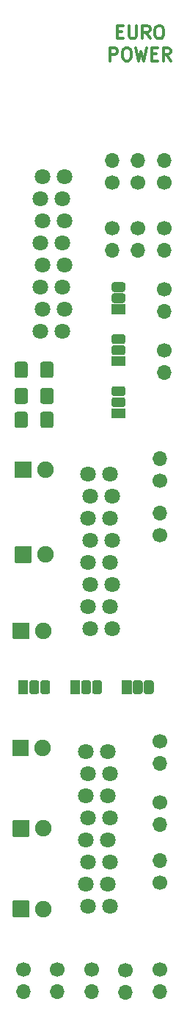
<source format=gts>
%TF.GenerationSoftware,KiCad,Pcbnew,5.1.9+dfsg1-1~bpo10+1*%
%TF.CreationDate,2021-04-17T11:45:14+01:00*%
%TF.ProjectId,europower,6575726f-706f-4776-9572-2e6b69636164,rev?*%
%TF.SameCoordinates,Original*%
%TF.FileFunction,Soldermask,Top*%
%TF.FilePolarity,Negative*%
%FSLAX46Y46*%
G04 Gerber Fmt 4.6, Leading zero omitted, Abs format (unit mm)*
G04 Created by KiCad (PCBNEW 5.1.9+dfsg1-1~bpo10+1) date 2021-04-17 11:45:14*
%MOMM*%
%LPD*%
G01*
G04 APERTURE LIST*
%ADD10C,0.300000*%
%ADD11O,1.700000X1.700000*%
%ADD12C,1.700000*%
%ADD13C,1.900000*%
%ADD14C,1.800000*%
G04 APERTURE END LIST*
D10*
X148607142Y-66367857D02*
X149107142Y-66367857D01*
X149321428Y-67153571D02*
X148607142Y-67153571D01*
X148607142Y-65653571D01*
X149321428Y-65653571D01*
X149964285Y-65653571D02*
X149964285Y-66867857D01*
X150035714Y-67010714D01*
X150107142Y-67082142D01*
X150250000Y-67153571D01*
X150535714Y-67153571D01*
X150678571Y-67082142D01*
X150750000Y-67010714D01*
X150821428Y-66867857D01*
X150821428Y-65653571D01*
X152392857Y-67153571D02*
X151892857Y-66439285D01*
X151535714Y-67153571D02*
X151535714Y-65653571D01*
X152107142Y-65653571D01*
X152250000Y-65725000D01*
X152321428Y-65796428D01*
X152392857Y-65939285D01*
X152392857Y-66153571D01*
X152321428Y-66296428D01*
X152250000Y-66367857D01*
X152107142Y-66439285D01*
X151535714Y-66439285D01*
X153321428Y-65653571D02*
X153607142Y-65653571D01*
X153750000Y-65725000D01*
X153892857Y-65867857D01*
X153964285Y-66153571D01*
X153964285Y-66653571D01*
X153892857Y-66939285D01*
X153750000Y-67082142D01*
X153607142Y-67153571D01*
X153321428Y-67153571D01*
X153178571Y-67082142D01*
X153035714Y-66939285D01*
X152964285Y-66653571D01*
X152964285Y-66153571D01*
X153035714Y-65867857D01*
X153178571Y-65725000D01*
X153321428Y-65653571D01*
X147785714Y-69703571D02*
X147785714Y-68203571D01*
X148357142Y-68203571D01*
X148500000Y-68275000D01*
X148571428Y-68346428D01*
X148642857Y-68489285D01*
X148642857Y-68703571D01*
X148571428Y-68846428D01*
X148500000Y-68917857D01*
X148357142Y-68989285D01*
X147785714Y-68989285D01*
X149571428Y-68203571D02*
X149857142Y-68203571D01*
X150000000Y-68275000D01*
X150142857Y-68417857D01*
X150214285Y-68703571D01*
X150214285Y-69203571D01*
X150142857Y-69489285D01*
X150000000Y-69632142D01*
X149857142Y-69703571D01*
X149571428Y-69703571D01*
X149428571Y-69632142D01*
X149285714Y-69489285D01*
X149214285Y-69203571D01*
X149214285Y-68703571D01*
X149285714Y-68417857D01*
X149428571Y-68275000D01*
X149571428Y-68203571D01*
X150714285Y-68203571D02*
X151071428Y-69703571D01*
X151357142Y-68632142D01*
X151642857Y-69703571D01*
X152000000Y-68203571D01*
X152571428Y-68917857D02*
X153071428Y-68917857D01*
X153285714Y-69703571D02*
X152571428Y-69703571D01*
X152571428Y-68203571D01*
X153285714Y-68203571D01*
X154785714Y-69703571D02*
X154285714Y-68989285D01*
X153928571Y-69703571D02*
X153928571Y-68203571D01*
X154500000Y-68203571D01*
X154642857Y-68275000D01*
X154714285Y-68346428D01*
X154785714Y-68489285D01*
X154785714Y-68703571D01*
X154714285Y-68846428D01*
X154642857Y-68917857D01*
X154500000Y-68989285D01*
X153928571Y-68989285D01*
%TO.C,Q6*%
G36*
G01*
X149135000Y-142500000D02*
X149135000Y-141000000D01*
G75*
G02*
X149185000Y-140950000I50000J0D01*
G01*
X150235000Y-140950000D01*
G75*
G02*
X150285000Y-141000000I0J-50000D01*
G01*
X150285000Y-142500000D01*
G75*
G02*
X150235000Y-142550000I-50000J0D01*
G01*
X149185000Y-142550000D01*
G75*
G02*
X149135000Y-142500000I0J50000D01*
G01*
G37*
G36*
G01*
X151675000Y-142262500D02*
X151675000Y-141237500D01*
G75*
G02*
X151962500Y-140950000I287500J0D01*
G01*
X152537500Y-140950000D01*
G75*
G02*
X152825000Y-141237500I0J-287500D01*
G01*
X152825000Y-142262500D01*
G75*
G02*
X152537500Y-142550000I-287500J0D01*
G01*
X151962500Y-142550000D01*
G75*
G02*
X151675000Y-142262500I0J287500D01*
G01*
G37*
G36*
G01*
X150405000Y-142262500D02*
X150405000Y-141237500D01*
G75*
G02*
X150692500Y-140950000I287500J0D01*
G01*
X151267500Y-140950000D01*
G75*
G02*
X151555000Y-141237500I0J-287500D01*
G01*
X151555000Y-142262500D01*
G75*
G02*
X151267500Y-142550000I-287500J0D01*
G01*
X150692500Y-142550000D01*
G75*
G02*
X150405000Y-142262500I0J287500D01*
G01*
G37*
%TD*%
%TO.C,Q5*%
G36*
G01*
X143175000Y-142500000D02*
X143175000Y-141000000D01*
G75*
G02*
X143225000Y-140950000I50000J0D01*
G01*
X144275000Y-140950000D01*
G75*
G02*
X144325000Y-141000000I0J-50000D01*
G01*
X144325000Y-142500000D01*
G75*
G02*
X144275000Y-142550000I-50000J0D01*
G01*
X143225000Y-142550000D01*
G75*
G02*
X143175000Y-142500000I0J50000D01*
G01*
G37*
G36*
G01*
X145715000Y-142262500D02*
X145715000Y-141237500D01*
G75*
G02*
X146002500Y-140950000I287500J0D01*
G01*
X146577500Y-140950000D01*
G75*
G02*
X146865000Y-141237500I0J-287500D01*
G01*
X146865000Y-142262500D01*
G75*
G02*
X146577500Y-142550000I-287500J0D01*
G01*
X146002500Y-142550000D01*
G75*
G02*
X145715000Y-142262500I0J287500D01*
G01*
G37*
G36*
G01*
X144445000Y-142262500D02*
X144445000Y-141237500D01*
G75*
G02*
X144732500Y-140950000I287500J0D01*
G01*
X145307500Y-140950000D01*
G75*
G02*
X145595000Y-141237500I0J-287500D01*
G01*
X145595000Y-142262500D01*
G75*
G02*
X145307500Y-142550000I-287500J0D01*
G01*
X144732500Y-142550000D01*
G75*
G02*
X144445000Y-142262500I0J287500D01*
G01*
G37*
%TD*%
%TO.C,Q4*%
G36*
G01*
X137175000Y-142500000D02*
X137175000Y-141000000D01*
G75*
G02*
X137225000Y-140950000I50000J0D01*
G01*
X138275000Y-140950000D01*
G75*
G02*
X138325000Y-141000000I0J-50000D01*
G01*
X138325000Y-142500000D01*
G75*
G02*
X138275000Y-142550000I-50000J0D01*
G01*
X137225000Y-142550000D01*
G75*
G02*
X137175000Y-142500000I0J50000D01*
G01*
G37*
G36*
G01*
X139715000Y-142262500D02*
X139715000Y-141237500D01*
G75*
G02*
X140002500Y-140950000I287500J0D01*
G01*
X140577500Y-140950000D01*
G75*
G02*
X140865000Y-141237500I0J-287500D01*
G01*
X140865000Y-142262500D01*
G75*
G02*
X140577500Y-142550000I-287500J0D01*
G01*
X140002500Y-142550000D01*
G75*
G02*
X139715000Y-142262500I0J287500D01*
G01*
G37*
G36*
G01*
X138445000Y-142262500D02*
X138445000Y-141237500D01*
G75*
G02*
X138732500Y-140950000I287500J0D01*
G01*
X139307500Y-140950000D01*
G75*
G02*
X139595000Y-141237500I0J-287500D01*
G01*
X139595000Y-142262500D01*
G75*
G02*
X139307500Y-142550000I-287500J0D01*
G01*
X138732500Y-142550000D01*
G75*
G02*
X138445000Y-142262500I0J287500D01*
G01*
G37*
%TD*%
%TO.C,Q3*%
G36*
G01*
X149500000Y-110825000D02*
X148000000Y-110825000D01*
G75*
G02*
X147950000Y-110775000I0J50000D01*
G01*
X147950000Y-109725000D01*
G75*
G02*
X148000000Y-109675000I50000J0D01*
G01*
X149500000Y-109675000D01*
G75*
G02*
X149550000Y-109725000I0J-50000D01*
G01*
X149550000Y-110775000D01*
G75*
G02*
X149500000Y-110825000I-50000J0D01*
G01*
G37*
G36*
G01*
X149262500Y-108285000D02*
X148237500Y-108285000D01*
G75*
G02*
X147950000Y-107997500I0J287500D01*
G01*
X147950000Y-107422500D01*
G75*
G02*
X148237500Y-107135000I287500J0D01*
G01*
X149262500Y-107135000D01*
G75*
G02*
X149550000Y-107422500I0J-287500D01*
G01*
X149550000Y-107997500D01*
G75*
G02*
X149262500Y-108285000I-287500J0D01*
G01*
G37*
G36*
G01*
X149262500Y-109555000D02*
X148237500Y-109555000D01*
G75*
G02*
X147950000Y-109267500I0J287500D01*
G01*
X147950000Y-108692500D01*
G75*
G02*
X148237500Y-108405000I287500J0D01*
G01*
X149262500Y-108405000D01*
G75*
G02*
X149550000Y-108692500I0J-287500D01*
G01*
X149550000Y-109267500D01*
G75*
G02*
X149262500Y-109555000I-287500J0D01*
G01*
G37*
%TD*%
%TO.C,Q2*%
G36*
G01*
X149500000Y-104825000D02*
X148000000Y-104825000D01*
G75*
G02*
X147950000Y-104775000I0J50000D01*
G01*
X147950000Y-103725000D01*
G75*
G02*
X148000000Y-103675000I50000J0D01*
G01*
X149500000Y-103675000D01*
G75*
G02*
X149550000Y-103725000I0J-50000D01*
G01*
X149550000Y-104775000D01*
G75*
G02*
X149500000Y-104825000I-50000J0D01*
G01*
G37*
G36*
G01*
X149262500Y-102285000D02*
X148237500Y-102285000D01*
G75*
G02*
X147950000Y-101997500I0J287500D01*
G01*
X147950000Y-101422500D01*
G75*
G02*
X148237500Y-101135000I287500J0D01*
G01*
X149262500Y-101135000D01*
G75*
G02*
X149550000Y-101422500I0J-287500D01*
G01*
X149550000Y-101997500D01*
G75*
G02*
X149262500Y-102285000I-287500J0D01*
G01*
G37*
G36*
G01*
X149262500Y-103555000D02*
X148237500Y-103555000D01*
G75*
G02*
X147950000Y-103267500I0J287500D01*
G01*
X147950000Y-102692500D01*
G75*
G02*
X148237500Y-102405000I287500J0D01*
G01*
X149262500Y-102405000D01*
G75*
G02*
X149550000Y-102692500I0J-287500D01*
G01*
X149550000Y-103267500D01*
G75*
G02*
X149262500Y-103555000I-287500J0D01*
G01*
G37*
%TD*%
%TO.C,Q1*%
G36*
G01*
X149500000Y-98845000D02*
X148000000Y-98845000D01*
G75*
G02*
X147950000Y-98795000I0J50000D01*
G01*
X147950000Y-97745000D01*
G75*
G02*
X148000000Y-97695000I50000J0D01*
G01*
X149500000Y-97695000D01*
G75*
G02*
X149550000Y-97745000I0J-50000D01*
G01*
X149550000Y-98795000D01*
G75*
G02*
X149500000Y-98845000I-50000J0D01*
G01*
G37*
G36*
G01*
X149262500Y-96305000D02*
X148237500Y-96305000D01*
G75*
G02*
X147950000Y-96017500I0J287500D01*
G01*
X147950000Y-95442500D01*
G75*
G02*
X148237500Y-95155000I287500J0D01*
G01*
X149262500Y-95155000D01*
G75*
G02*
X149550000Y-95442500I0J-287500D01*
G01*
X149550000Y-96017500D01*
G75*
G02*
X149262500Y-96305000I-287500J0D01*
G01*
G37*
G36*
G01*
X149262500Y-97575000D02*
X148237500Y-97575000D01*
G75*
G02*
X147950000Y-97287500I0J287500D01*
G01*
X147950000Y-96712500D01*
G75*
G02*
X148237500Y-96425000I287500J0D01*
G01*
X149262500Y-96425000D01*
G75*
G02*
X149550000Y-96712500I0J-287500D01*
G01*
X149550000Y-97287500D01*
G75*
G02*
X149262500Y-97575000I-287500J0D01*
G01*
G37*
%TD*%
D11*
%TO.C,R18*%
X141688000Y-176790000D03*
D12*
X141688000Y-174250000D03*
%TD*%
D11*
%TO.C,R17*%
X149562000Y-176830000D03*
D12*
X149562000Y-174290000D03*
%TD*%
D11*
%TO.C,R16*%
X153500000Y-176790000D03*
D12*
X153500000Y-174250000D03*
%TD*%
D11*
%TO.C,R15*%
X137750000Y-176790000D03*
D12*
X137750000Y-174250000D03*
%TD*%
D11*
%TO.C,R14*%
X153500000Y-161710000D03*
D12*
X153500000Y-164250000D03*
%TD*%
D11*
%TO.C,R13*%
X153500000Y-115460000D03*
D12*
X153500000Y-118000000D03*
%TD*%
D11*
%TO.C,R12*%
X153500000Y-150540000D03*
D12*
X153500000Y-148000000D03*
%TD*%
D11*
%TO.C,R11*%
X153500000Y-157540000D03*
D12*
X153500000Y-155000000D03*
%TD*%
D11*
%TO.C,R10*%
X145625000Y-176790000D03*
D12*
X145625000Y-174250000D03*
%TD*%
D11*
%TO.C,R9*%
X153500000Y-121710000D03*
D12*
X153500000Y-124250000D03*
%TD*%
D11*
%TO.C,R8*%
X154000000Y-91540000D03*
D12*
X154000000Y-89000000D03*
%TD*%
D11*
%TO.C,R7*%
X151000000Y-81210000D03*
D12*
X151000000Y-83750000D03*
%TD*%
D11*
%TO.C,R6*%
X151000000Y-91540000D03*
D12*
X151000000Y-89000000D03*
%TD*%
D11*
%TO.C,R5*%
X154000000Y-81210000D03*
D12*
X154000000Y-83750000D03*
%TD*%
D11*
%TO.C,R4*%
X148000000Y-81210000D03*
D12*
X148000000Y-83750000D03*
%TD*%
D11*
%TO.C,R3*%
X154000000Y-105540000D03*
D12*
X154000000Y-103000000D03*
%TD*%
D11*
%TO.C,R2*%
X154000000Y-98500000D03*
D12*
X154000000Y-95960000D03*
%TD*%
D11*
%TO.C,R1*%
X148000000Y-91540000D03*
D12*
X148000000Y-89000000D03*
%TD*%
D13*
%TO.C,D6*%
X140000000Y-148750000D03*
G36*
G01*
X136510000Y-149650000D02*
X136510000Y-147850000D01*
G75*
G02*
X136560000Y-147800000I50000J0D01*
G01*
X138360000Y-147800000D01*
G75*
G02*
X138410000Y-147850000I0J-50000D01*
G01*
X138410000Y-149650000D01*
G75*
G02*
X138360000Y-149700000I-50000J0D01*
G01*
X136560000Y-149700000D01*
G75*
G02*
X136510000Y-149650000I0J50000D01*
G01*
G37*
%TD*%
%TO.C,D5*%
X140040000Y-167250000D03*
G36*
G01*
X136550000Y-168150000D02*
X136550000Y-166350000D01*
G75*
G02*
X136600000Y-166300000I50000J0D01*
G01*
X138400000Y-166300000D01*
G75*
G02*
X138450000Y-166350000I0J-50000D01*
G01*
X138450000Y-168150000D01*
G75*
G02*
X138400000Y-168200000I-50000J0D01*
G01*
X136600000Y-168200000D01*
G75*
G02*
X136550000Y-168150000I0J50000D01*
G01*
G37*
%TD*%
%TO.C,D4*%
X140040000Y-158000000D03*
G36*
G01*
X136550000Y-158900000D02*
X136550000Y-157100000D01*
G75*
G02*
X136600000Y-157050000I50000J0D01*
G01*
X138400000Y-157050000D01*
G75*
G02*
X138450000Y-157100000I0J-50000D01*
G01*
X138450000Y-158900000D01*
G75*
G02*
X138400000Y-158950000I-50000J0D01*
G01*
X136600000Y-158950000D01*
G75*
G02*
X136550000Y-158900000I0J50000D01*
G01*
G37*
%TD*%
%TO.C,D3*%
X140290000Y-116750000D03*
G36*
G01*
X136800000Y-117650000D02*
X136800000Y-115850000D01*
G75*
G02*
X136850000Y-115800000I50000J0D01*
G01*
X138650000Y-115800000D01*
G75*
G02*
X138700000Y-115850000I0J-50000D01*
G01*
X138700000Y-117650000D01*
G75*
G02*
X138650000Y-117700000I-50000J0D01*
G01*
X136850000Y-117700000D01*
G75*
G02*
X136800000Y-117650000I0J50000D01*
G01*
G37*
%TD*%
%TO.C,D2*%
X140040000Y-135250000D03*
G36*
G01*
X136550000Y-136150000D02*
X136550000Y-134350000D01*
G75*
G02*
X136600000Y-134300000I50000J0D01*
G01*
X138400000Y-134300000D01*
G75*
G02*
X138450000Y-134350000I0J-50000D01*
G01*
X138450000Y-136150000D01*
G75*
G02*
X138400000Y-136200000I-50000J0D01*
G01*
X136600000Y-136200000D01*
G75*
G02*
X136550000Y-136150000I0J50000D01*
G01*
G37*
%TD*%
%TO.C,D1*%
X140290000Y-126500000D03*
G36*
G01*
X136800000Y-127400000D02*
X136800000Y-125600000D01*
G75*
G02*
X136850000Y-125550000I50000J0D01*
G01*
X138650000Y-125550000D01*
G75*
G02*
X138700000Y-125600000I0J-50000D01*
G01*
X138700000Y-127400000D01*
G75*
G02*
X138650000Y-127450000I-50000J0D01*
G01*
X136850000Y-127450000D01*
G75*
G02*
X136800000Y-127400000I0J50000D01*
G01*
G37*
%TD*%
D14*
%TO.C,U3*%
X145464000Y-135030000D03*
X145210000Y-132490000D03*
X145464000Y-129950000D03*
X145210000Y-127410000D03*
X145464000Y-124870000D03*
X145210000Y-122330000D03*
X148004000Y-135030000D03*
X147750000Y-132490000D03*
X148004000Y-129950000D03*
X147750000Y-127410000D03*
X148004000Y-124870000D03*
X147750000Y-122330000D03*
X145464000Y-119790000D03*
X148004000Y-119790000D03*
X145210000Y-117250000D03*
X147750000Y-117250000D03*
%TD*%
%TO.C,U2*%
X145214000Y-166950000D03*
X144960000Y-164410000D03*
X145214000Y-161870000D03*
X144960000Y-159330000D03*
X145214000Y-156790000D03*
X144960000Y-154250000D03*
X147754000Y-166950000D03*
X147500000Y-164410000D03*
X147754000Y-161870000D03*
X147500000Y-159330000D03*
X147754000Y-156790000D03*
X147500000Y-154250000D03*
X145214000Y-151710000D03*
X147754000Y-151710000D03*
X144960000Y-149170000D03*
X147500000Y-149170000D03*
%TD*%
%TO.C,U1*%
X142286000Y-100780000D03*
X142540000Y-98240000D03*
X142286000Y-95700000D03*
X142540000Y-93160000D03*
X142286000Y-90620000D03*
X142540000Y-88080000D03*
X139746000Y-100780000D03*
X140000000Y-98240000D03*
X139746000Y-95700000D03*
X140000000Y-93160000D03*
X139746000Y-90620000D03*
X140000000Y-88080000D03*
X142286000Y-85540000D03*
X139746000Y-85540000D03*
X142540000Y-83000000D03*
X140000000Y-83000000D03*
%TD*%
%TO.C,F3*%
G36*
G01*
X138275000Y-110342543D02*
X138275000Y-111657457D01*
G75*
G02*
X138007457Y-111925000I-267543J0D01*
G01*
X137017543Y-111925000D01*
G75*
G02*
X136750000Y-111657457I0J267543D01*
G01*
X136750000Y-110342543D01*
G75*
G02*
X137017543Y-110075000I267543J0D01*
G01*
X138007457Y-110075000D01*
G75*
G02*
X138275000Y-110342543I0J-267543D01*
G01*
G37*
G36*
G01*
X141250000Y-110342543D02*
X141250000Y-111657457D01*
G75*
G02*
X140982457Y-111925000I-267543J0D01*
G01*
X139992543Y-111925000D01*
G75*
G02*
X139725000Y-111657457I0J267543D01*
G01*
X139725000Y-110342543D01*
G75*
G02*
X139992543Y-110075000I267543J0D01*
G01*
X140982457Y-110075000D01*
G75*
G02*
X141250000Y-110342543I0J-267543D01*
G01*
G37*
%TD*%
%TO.C,F2*%
G36*
G01*
X138287000Y-107592543D02*
X138287000Y-108907457D01*
G75*
G02*
X138019457Y-109175000I-267543J0D01*
G01*
X137029543Y-109175000D01*
G75*
G02*
X136762000Y-108907457I0J267543D01*
G01*
X136762000Y-107592543D01*
G75*
G02*
X137029543Y-107325000I267543J0D01*
G01*
X138019457Y-107325000D01*
G75*
G02*
X138287000Y-107592543I0J-267543D01*
G01*
G37*
G36*
G01*
X141262000Y-107592543D02*
X141262000Y-108907457D01*
G75*
G02*
X140994457Y-109175000I-267543J0D01*
G01*
X140004543Y-109175000D01*
G75*
G02*
X139737000Y-108907457I0J267543D01*
G01*
X139737000Y-107592543D01*
G75*
G02*
X140004543Y-107325000I267543J0D01*
G01*
X140994457Y-107325000D01*
G75*
G02*
X141262000Y-107592543I0J-267543D01*
G01*
G37*
%TD*%
%TO.C,F1*%
G36*
G01*
X138275000Y-104592543D02*
X138275000Y-105907457D01*
G75*
G02*
X138007457Y-106175000I-267543J0D01*
G01*
X137017543Y-106175000D01*
G75*
G02*
X136750000Y-105907457I0J267543D01*
G01*
X136750000Y-104592543D01*
G75*
G02*
X137017543Y-104325000I267543J0D01*
G01*
X138007457Y-104325000D01*
G75*
G02*
X138275000Y-104592543I0J-267543D01*
G01*
G37*
G36*
G01*
X141250000Y-104592543D02*
X141250000Y-105907457D01*
G75*
G02*
X140982457Y-106175000I-267543J0D01*
G01*
X139992543Y-106175000D01*
G75*
G02*
X139725000Y-105907457I0J267543D01*
G01*
X139725000Y-104592543D01*
G75*
G02*
X139992543Y-104325000I267543J0D01*
G01*
X140982457Y-104325000D01*
G75*
G02*
X141250000Y-104592543I0J-267543D01*
G01*
G37*
%TD*%
M02*

</source>
